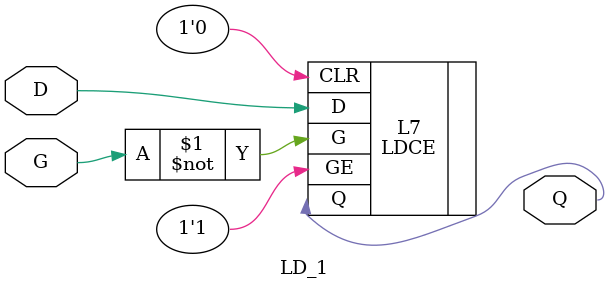
<source format=v>


`timescale  1 ps / 1 ps

module LD_1 (Q, G, D);

    parameter [0:0] INIT = 1'b0;

    output Q;

    input  G, D;

    wire Q;

    LDCE #(.INIT(INIT)) L7 (.Q(Q), .G(~G), .GE(1'b1), .CLR(1'b0), .D(D));

endmodule


</source>
